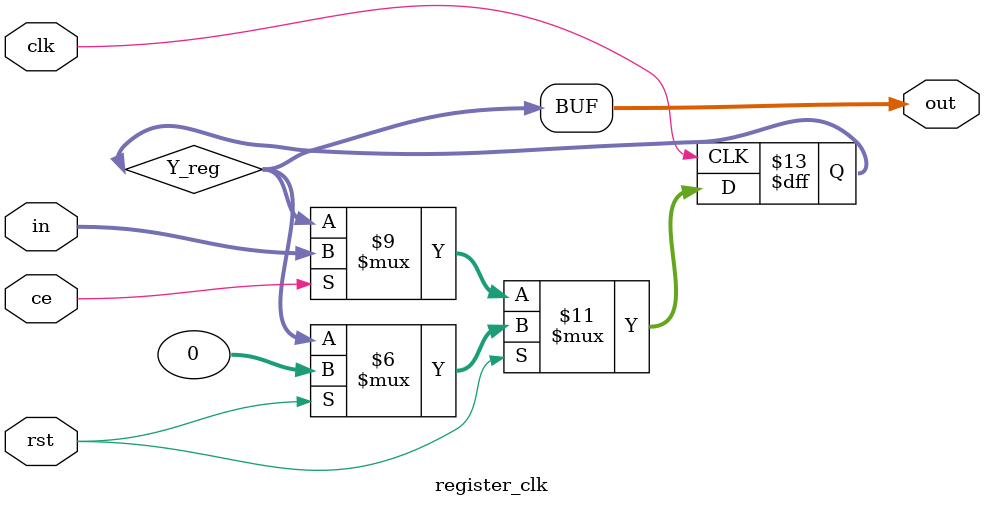
<source format=v>
`timescale 1ns / 1ps


module register_clk(
    input rst,
    input clk,
    input ce,
    input [31:0] in,
    output [31:0] out
);

reg [31:0] Y_reg = 0;


  
always @(posedge clk)
begin
    if (rst == 1)
    begin
        Y_reg <= 0;
    end
    
    if (rst == 0)
    begin
        if (ce == 1)
            Y_reg <= in;
        else
            Y_reg <= Y_reg;
    end
end

assign out = Y_reg;

endmodule

</source>
